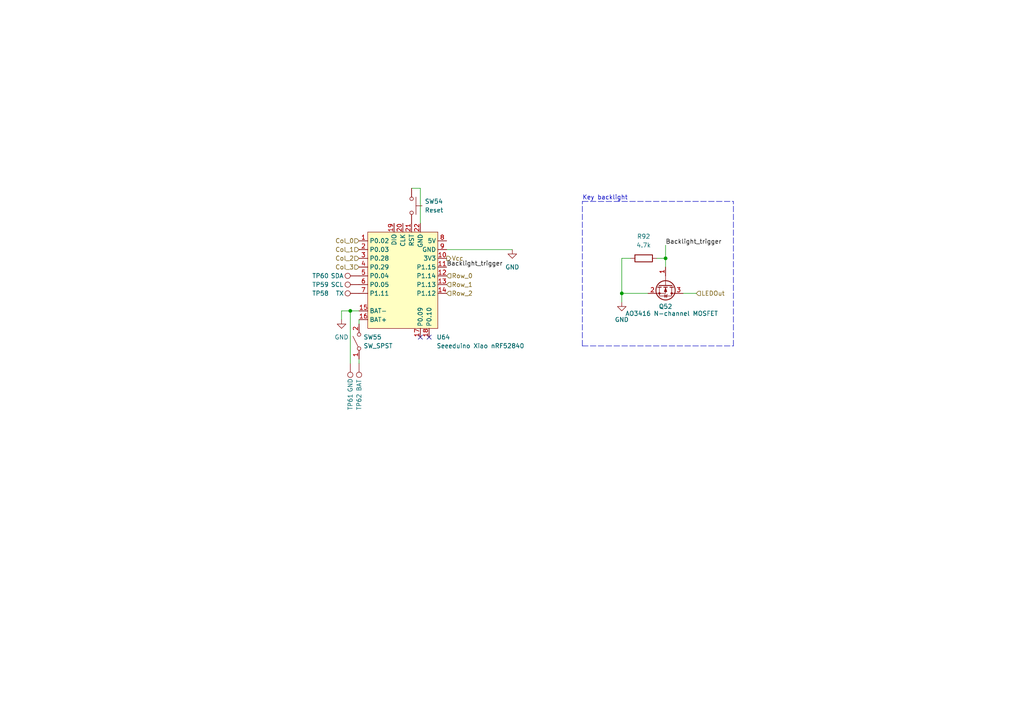
<source format=kicad_sch>
(kicad_sch (version 20250114) (generator "eeschema") (generator_version "9.0")
  (paper "A4")
  (lib_symbols
    (symbol "Connector:TestPoint" (pin_numbers (hide yes)) (pin_names (offset 0.762) (hide yes))
      (property "Reference" "TP" (at 0 6.858 0))
      (property "Value" "TestPoint" (at 0 5.08 0))
      (symbol "TestPoint_0_1"
        (circle (center 0 3.302) (radius 0.762))
      )
      (symbol "TestPoint_1_1"
        (pin passive line (at 0 0 90) (length 2.54) (name "1") (number "1"))
      )
    )
    (symbol "Device:Q_NMOS_GSD" (pin_names (offset 0) (hide yes))
      (property "Reference" "Q" (at 5.08 1.27 0))
      (property "Value" "Q_NMOS_GSD" (at 5.08 -1.27 0))
      (symbol "Q_NMOS_GSD_0_1"
        (polyline (pts (xy 0.254 1.905) (xy 0.254 -1.905)) (stroke (width 0.254)))
        (polyline (pts (xy 0.254 0) (xy -2.54 0)))
        (polyline (pts (xy 0.762 2.286) (xy 0.762 1.27)) (stroke (width 0.254)))
        (polyline (pts (xy 0.762 0.508) (xy 0.762 -0.508)) (stroke (width 0.254)))
        (polyline (pts (xy 0.762 -1.27) (xy 0.762 -2.286)) (stroke (width 0.254)))
        (polyline (pts (xy 0.762 -1.778) (xy 3.302 -1.778) (xy 3.302 1.778) (xy 0.762 1.778)))
        (polyline (pts (xy 1.016 0) (xy 2.032 0.381) (xy 2.032 -0.381) (xy 1.016 0)) (fill (type outline)))
        (circle (center 1.651 0) (radius 2.794) (stroke (width 0.254)))
        (polyline (pts (xy 2.54 2.54) (xy 2.54 1.778)))
        (circle (center 2.54 1.778) (radius 0.254) (fill (type outline)))
        (circle (center 2.54 -1.778) (radius 0.254) (fill (type outline)))
        (polyline (pts (xy 2.54 -2.54) (xy 2.54 0) (xy 0.762 0)))
        (polyline (pts (xy 2.794 0.508) (xy 2.921 0.381) (xy 3.683 0.381) (xy 3.81 0.254)))
        (polyline (pts (xy 3.302 0.381) (xy 2.921 -0.254) (xy 3.683 -0.254) (xy 3.302 0.381)))
      )
      (symbol "Q_NMOS_GSD_1_1"
        (pin input line (at -5.08 0 0) (length 2.54) (name "G") (number "1"))
        (pin passive line (at 2.54 5.08 270) (length 2.54) (name "D") (number "3"))
        (pin passive line (at 2.54 -5.08 90) (length 2.54) (name "S") (number "2"))
      )
    )
    (symbol "PCM_4ms_Resistor:10m_1206_250mW" (pin_numbers (hide yes)) (pin_names (offset 0))
      (property "Reference" "R" (at 2.032 0 90))
      (property "Display" "10mΩ/250mW" (at 3.81 0 90))
      (symbol "10m_1206_250mW_0_1"
        (rectangle (start -1.016 -2.54) (end 1.016 2.54) (stroke (width 0.254)))
      )
      (symbol "10m_1206_250mW_1_1"
        (pin passive line (at 0 3.81 270) (length 1.27) (name "~") (number "1"))
        (pin passive line (at 0 -3.81 90) (length 1.27) (name "~") (number "2"))
      )
    )
    (symbol "Switch:SW_Push" (pin_numbers (hide yes)) (pin_names (offset 1.016) (hide yes))
      (property "Reference" "SW" (at 1.27 2.54 0))
      (property "Value" "SW_Push" (at 0 -1.524 0))
      (symbol "SW_Push_0_1"
        (circle (center -2.032 0) (radius 0.508))
        (polyline (pts (xy 0 1.27) (xy 0 3.048)))
        (circle (center 2.032 0) (radius 0.508))
        (polyline (pts (xy 2.54 1.27) (xy -2.54 1.27)))
        (pin passive line (at -5.08 0 0) (length 2.54) (name "1") (number "1"))
        (pin passive line (at 5.08 0 180) (length 2.54) (name "2") (number "2"))
      )
    )
    (symbol "Switch:SW_SPST" (pin_names (offset 0) (hide yes))
      (property "Reference" "SW" (at 0 3.175 0))
      (property "Value" "SW_SPST" (at 0 -2.54 0))
      (symbol "SW_SPST_0_0"
        (circle (center -2.032 0) (radius 0.508))
        (polyline (pts (xy -1.524 0.254) (xy 1.524 1.778)))
        (circle (center 2.032 0) (radius 0.508))
      )
      (symbol "SW_SPST_1_1"
        (pin passive line (at -5.08 0 0) (length 2.54) (name "A") (number "1"))
        (pin passive line (at 5.08 0 180) (length 2.54) (name "B") (number "2"))
      )
    )
    (symbol "power:GND" (power) (pin_names (offset 0))
      (property "Value" "GND" (at 0 -3.81 0))
      (symbol "GND_0_1"
        (polyline (pts (xy 0 0) (xy 0 -1.27) (xy 1.27 -1.27) (xy 0 -2.54) (xy -1.27 -1.27) (xy 0 -1.27)))
      )
      (symbol "GND_1_1"
        (pin power_in line (at 0 0 270) (length 0) (hide yes) (name "GND") (number "1"))
      )
    )
    (symbol "xiao_ble:Seeeduino_Xiao_nRF52840" (in_bom no)
      (property "Reference" "U" (at -10.16 -12.7 0))
      (property "Value" "Seeeduino Xiao nRF52840" (at -10.16 -15.24 0))
      (symbol "Seeeduino_Xiao_nRF52840_1_0"
        (pin bidirectional line (at -12.7 13.97 0) (length 2.54) (name "P0.02") (number "1"))
        (pin bidirectional line (at -12.7 11.43 0) (length 2.54) (name "P0.03") (number "2"))
        (pin bidirectional line (at -12.7 8.89 0) (length 2.54) (name "P0.28") (number "3"))
        (pin bidirectional line (at -12.7 6.35 0) (length 2.54) (name "P0.29") (number "4"))
        (pin bidirectional line (at -12.7 3.81 0) (length 2.54) (name "P0.04") (number "5"))
        (pin bidirectional line (at -12.7 1.27 0) (length 2.54) (name "P0.05") (number "6"))
        (pin bidirectional line (at -12.7 -1.27 0) (length 2.54) (name "P1.11") (number "7"))
        (pin power_in line (at -12.7 -6.35 0) (length 2.54) (name "BAT-") (number "15"))
        (pin power_in line (at -12.7 -8.89 0) (length 2.54) (name "BAT+") (number "16"))
        (pin bidirectional line (at -2.54 19.05 270) (length 2.54) (name "DIO") (number "19"))
        (pin bidirectional line (at 0 19.05 270) (length 2.54) (name "CLK") (number "20"))
        (pin bidirectional line (at 2.54 19.05 270) (length 2.54) (name "RST") (number "21"))
        (pin power_out line (at 5.08 19.05 270) (length 2.54) (name "GND") (number "22"))
        (pin bidirectional line (at 5.08 -13.97 90) (length 2.54) (name "P0.09") (number "17"))
        (pin bidirectional line (at 7.62 -13.97 90) (length 2.54) (name "P0.10") (number "18"))
        (pin power_out line (at 12.7 13.97 180) (length 2.54) (name "5V") (number "8"))
        (pin power_out line (at 12.7 11.43 180) (length 2.54) (name "GND") (number "9"))
        (pin power_out line (at 12.7 8.89 180) (length 2.54) (name "3V3") (number "10"))
        (pin bidirectional line (at 12.7 6.35 180) (length 2.54) (name "P1.15") (number "11"))
        (pin bidirectional line (at 12.7 3.81 180) (length 2.54) (name "P1.14") (number "12"))
        (pin bidirectional line (at 12.7 1.27 180) (length 2.54) (name "P1.13") (number "13"))
        (pin bidirectional line (at 12.7 -1.27 180) (length 2.54) (name "P1.12") (number "14"))
      )
      (symbol "Seeeduino_Xiao_nRF52840_1_1"
        (rectangle (start -10.16 16.51) (end 10.16 -11.43) (fill (type background)))
      )
    )
  )
  (text "Key backlight" (at 168.91 58.166 0) (effects (font (size 1.27 1.27)) (justify left bottom)))
  (junction (at 101.6 90.17))
  (junction (at 193.04 74.93))
  (junction (at 180.34 85.09))
  (no_connect (at 124.46 97.79))
  (no_connect (at 121.92 97.79))
  (polyline (pts (xy 212.725 100.33) (xy 212.725 58.42)) (stroke (width 0) (type dash)))
  (wire (pts (xy 121.92 54.61) (xy 121.92 64.77)))
  (wire (pts (xy 193.04 71.12) (xy 193.04 74.93)))
  (wire (pts (xy 182.88 74.93) (xy 180.34 74.93)))
  (wire (pts (xy 180.34 74.93) (xy 180.34 85.09)))
  (wire (pts (xy 190.5 74.93) (xy 193.04 74.93)))
  (wire (pts (xy 104.14 105.41) (xy 104.14 104.14)))
  (wire (pts (xy 101.6 90.17) (xy 101.6 105.41)))
  (wire (pts (xy 104.14 93.98) (xy 104.14 92.71)))
  (wire (pts (xy 119.38 54.61) (xy 121.92 54.61)))
  (wire (pts (xy 193.04 74.93) (xy 193.04 77.47)))
  (wire (pts (xy 99.06 90.17) (xy 101.6 90.17)))
  (wire (pts (xy 198.12 85.09) (xy 201.93 85.09)))
  (polyline (pts (xy 168.91 58.42) (xy 212.725 58.42)) (stroke (width 0) (type dash)))
  (wire (pts (xy 101.6 90.17) (xy 104.14 90.17)))
  (wire (pts (xy 180.34 85.09) (xy 180.34 87.63)))
  (wire (pts (xy 180.34 85.09) (xy 187.96 85.09)))
  (wire (pts (xy 99.06 90.17) (xy 99.06 92.71)))
  (polyline (pts (xy 168.91 100.33) (xy 168.91 58.42)) (stroke (width 0) (type dash)))
  (polyline (pts (xy 168.91 100.33) (xy 212.725 100.33)) (stroke (width 0) (type dash)))
  (wire (pts (xy 129.54 72.39) (xy 148.59 72.39)))
  (label "Backlight_trigger" (at 193.04 71.12 0))
  (label "Backlight_trigger" (at 129.54 77.47 0))
  (hierarchical_label "Row_1" (shape input) (at 129.54 82.55 0))
  (hierarchical_label "Col_3" (shape input) (at 104.14 77.47 180))
  (hierarchical_label "Col_0" (shape input) (at 104.14 69.85 180))
  (hierarchical_label "LEDOut" (shape input) (at 201.93 85.09 0))
  (hierarchical_label "Row_2" (shape input) (at 129.54 85.09 0))
  (hierarchical_label "Vcc" (shape output) (at 129.54 74.93 0))
  (hierarchical_label "Col_2" (shape input) (at 104.14 74.93 180))
  (hierarchical_label "Col_1" (shape input) (at 104.14 72.39 180))
  (hierarchical_label "Row_0" (shape input) (at 129.54 80.01 0))
  (symbol (lib_id "xiao_ble:Seeeduino_Xiao_nRF52840") (at 116.84 83.82 0) (unit 1) (in_bom no)
    (property "Reference" "U64" (at 126.6033 97.79 0) (effects (justify left)))
    (property "Value" "Seeeduino Xiao nRF52840" (at 126.6033 100.33 0) (effects (justify left)))
    (property "Footprint" "Keyboard:XIAO-nRF52840-Sense-14P-2.54-21X17.8MM-noNFC" (effects (hide yes)))
    (property "Description" "Symbol for a Seeeduino Xiao nRF52840" (effects (hide yes)))
  )
  (symbol (lib_id "Connector:TestPoint") (at 104.14 105.41 180) (unit 1)
    (property "Reference" "TP62" (at 104.14 116.586 90))
    (property "Value" "BAT" (at 104.14 111.76 90))
    (property "Footprint" "TestPoint:TestPoint_Pad_2.5x2.5mm" (effects (hide yes)))
    (property "Description" "test point" (effects (hide yes)))
  )
  (symbol (lib_id "power:GND") (at 99.06 92.71 0) (unit 1)
    (property "Reference" "#PWR067" (effects (hide yes)))
    (property "Value" "GND" (at 99.06 97.79 0))
    (property "Description" "Power symbol creates a global label with name \"GND\" , ground" (effects (hide yes)))
  )
  (symbol (lib_id "Connector:TestPoint") (at 104.14 85.09 90) (unit 1)
    (property "Reference" "TP58" (at 92.964 85.09 90))
    (property "Value" "TX" (at 98.552 85.09 90))
    (property "Footprint" "TestPoint:TestPoint_Pad_1.0x1.0mm" (effects (hide yes)))
    (property "Description" "test point" (effects (hide yes)))
  )
  (symbol (lib_id "Switch:SW_SPST") (at 104.14 99.06 90) (unit 1)
    (property "Reference" "SW55" (at 105.41 97.7899 90) (effects (justify right)))
    (property "Value" "SW_SPST" (at 105.41 100.3299 90) (effects (justify right)))
    (property "Footprint" "Button_Switch_SMD:SW_SPDT_PCM12" (effects (hide yes)))
    (property "Description" "Single Pole Single Throw (SPST) switch" (effects (hide yes)))
  )
  (symbol (lib_id "PCM_4ms_Resistor:10m_1206_250mW") (at 186.69 74.93 90) (unit 1)
    (property "Reference" "R92" (at 186.69 68.58 90))
    (property "Value" "4.7k" (at 186.69 71.12 90))
    (property "Footprint" "Resistor_SMD:R_0402_1005Metric_Pad0.72x0.64mm_HandSolder" (effects (hide yes)))
    (property "Description" "10mΩ, 10mOhm, Min. 250mW, 100PPM/C" (effects (hide yes)))
    (property "Specifications" "10mΩ, 10mOhm, Min. 250mW, 100PPM/C" (effects (hide yes)))
    (property "Manufacturer" "Yageo" (effects (hide yes)))
    (property "Part Number" "PF1206FRF070R01L" (effects (hide yes)))
    (property "Display" "10mΩ/250mW" (effects (hide yes)))
    (property "JLCPCB ID" "C127703" (effects (hide yes)))
  )
  (symbol (lib_id "power:GND") (at 180.34 87.63 0) (unit 1)
    (property "Reference" "#PWR059" (effects (hide yes)))
    (property "Value" "GND" (at 180.34 92.71 0))
    (property "Description" "Power symbol creates a global label with name \"GND\" , ground" (effects (hide yes)))
  )
  (symbol (lib_id "power:GND") (at 148.59 72.39 0) (unit 1)
    (property "Reference" "#PWR066" (effects (hide yes)))
    (property "Value" "GND" (at 148.59 77.47 0))
    (property "Description" "Power symbol creates a global label with name \"GND\" , ground" (effects (hide yes)))
  )
  (symbol (lib_id "Connector:TestPoint") (at 104.14 80.01 90) (unit 1)
    (property "Reference" "TP60" (at 92.964 80.01 90))
    (property "Value" "SDA" (at 97.79 80.01 90))
    (property "Footprint" "TestPoint:TestPoint_Pad_1.0x1.0mm" (effects (hide yes)))
    (property "Description" "test point" (effects (hide yes)))
  )
  (symbol (lib_id "Connector:TestPoint") (at 104.14 82.55 90) (unit 1)
    (property "Reference" "TP59" (at 92.964 82.55 90))
    (property "Value" "SCL" (at 97.79 82.55 90))
    (property "Footprint" "TestPoint:TestPoint_Pad_1.0x1.0mm" (effects (hide yes)))
    (property "Description" "test point" (effects (hide yes)))
  )
  (symbol (lib_id "Device:Q_NMOS_GSD") (at 193.04 82.55 270) (unit 1)
    (property "Reference" "Q52" (at 193.04 88.9 90))
    (property "Value" "AO3416 N-channel MOSFET" (at 194.818 90.932 90))
    (property "Footprint" "Package_TO_SOT_SMD:SOT-23" (effects (hide yes)))
    (property "LCSC Part Number" "C479060" (effects (hide yes)))
    (property "MPN" "AO3416" (effects (hide yes)))
  )
  (symbol (lib_id "Connector:TestPoint") (at 101.6 105.41 180) (unit 1)
    (property "Reference" "TP61" (at 101.6 116.586 90))
    (property "Value" "GND" (at 101.6 111.76 90))
    (property "Footprint" "TestPoint:TestPoint_Pad_2.5x2.5mm" (effects (hide yes)))
    (property "Description" "test point" (effects (hide yes)))
  )
  (symbol (lib_id "Switch:SW_Push") (at 119.38 59.69 270) (unit 1)
    (property "Reference" "SW54" (at 123.19 58.4199 90) (effects (justify left)))
    (property "Value" "Reset" (at 123.19 60.9599 90) (effects (justify left)))
    (property "Footprint" "Keyboard:SW4-SMD-2.8-2.6X1.6X0.53MM" (effects (hide yes)))
    (property "Description" "Push button switch, generic, two pins" (effects (hide yes)))
    (property "LCSC" "C318884" (effects (hide yes)))
  )
)
</source>
